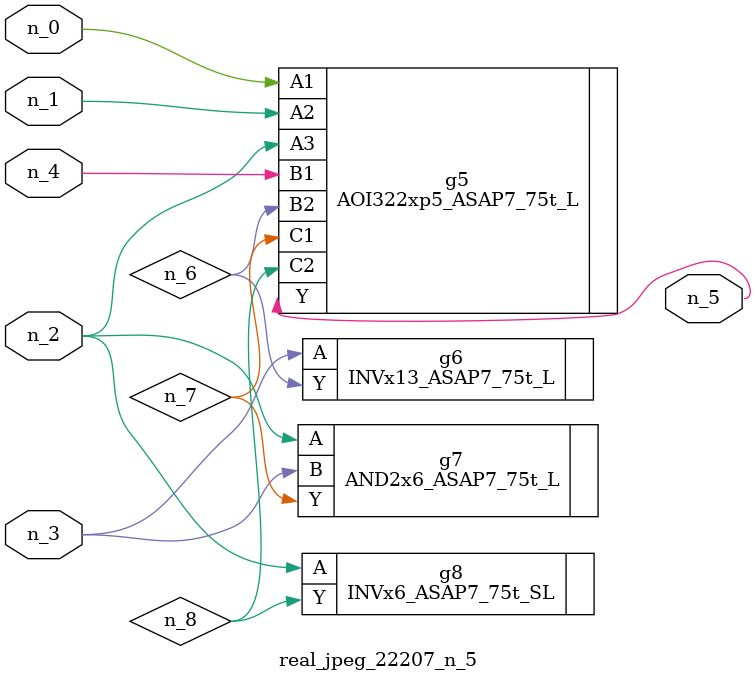
<source format=v>
module real_jpeg_22207_n_5 (n_4, n_0, n_1, n_2, n_3, n_5);

input n_4;
input n_0;
input n_1;
input n_2;
input n_3;

output n_5;

wire n_8;
wire n_6;
wire n_7;

AOI322xp5_ASAP7_75t_L g5 ( 
.A1(n_0),
.A2(n_1),
.A3(n_2),
.B1(n_4),
.B2(n_6),
.C1(n_7),
.C2(n_8),
.Y(n_5)
);

AND2x6_ASAP7_75t_L g7 ( 
.A(n_2),
.B(n_3),
.Y(n_7)
);

INVx6_ASAP7_75t_SL g8 ( 
.A(n_2),
.Y(n_8)
);

INVx13_ASAP7_75t_L g6 ( 
.A(n_3),
.Y(n_6)
);


endmodule
</source>
